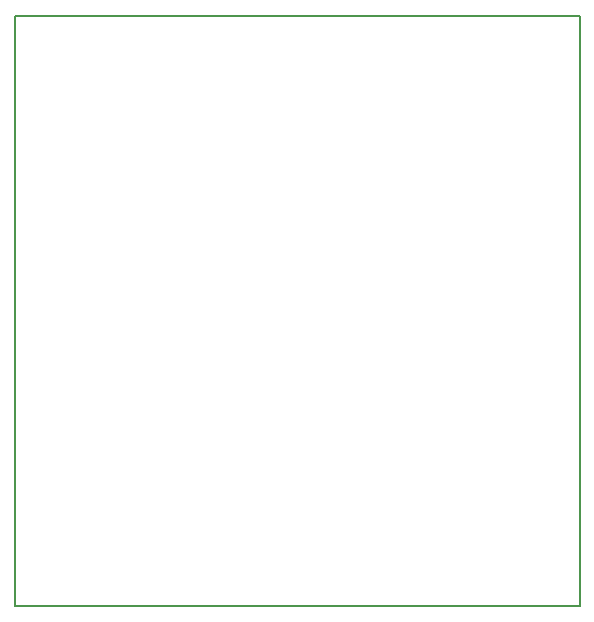
<source format=gm1>
G04 #@! TF.GenerationSoftware,KiCad,Pcbnew,7.0.7-7.0.7~ubuntu22.04.1*
G04 #@! TF.CreationDate,2023-09-20T09:52:15-03:00*
G04 #@! TF.ProjectId,CTB-02,4354422d-3032-42e6-9b69-6361645f7063,rev?*
G04 #@! TF.SameCoordinates,Original*
G04 #@! TF.FileFunction,Profile,NP*
%FSLAX46Y46*%
G04 Gerber Fmt 4.6, Leading zero omitted, Abs format (unit mm)*
G04 Created by KiCad (PCBNEW 7.0.7-7.0.7~ubuntu22.04.1) date 2023-09-20 09:52:15*
%MOMM*%
%LPD*%
G01*
G04 APERTURE LIST*
G04 #@! TA.AperFunction,Profile*
%ADD10C,0.150000*%
G04 #@! TD*
G04 APERTURE END LIST*
D10*
X126000000Y-65045000D02*
X173800000Y-65045000D01*
X173800000Y-115045000D01*
X126000000Y-115045000D01*
X126000000Y-65045000D01*
M02*

</source>
